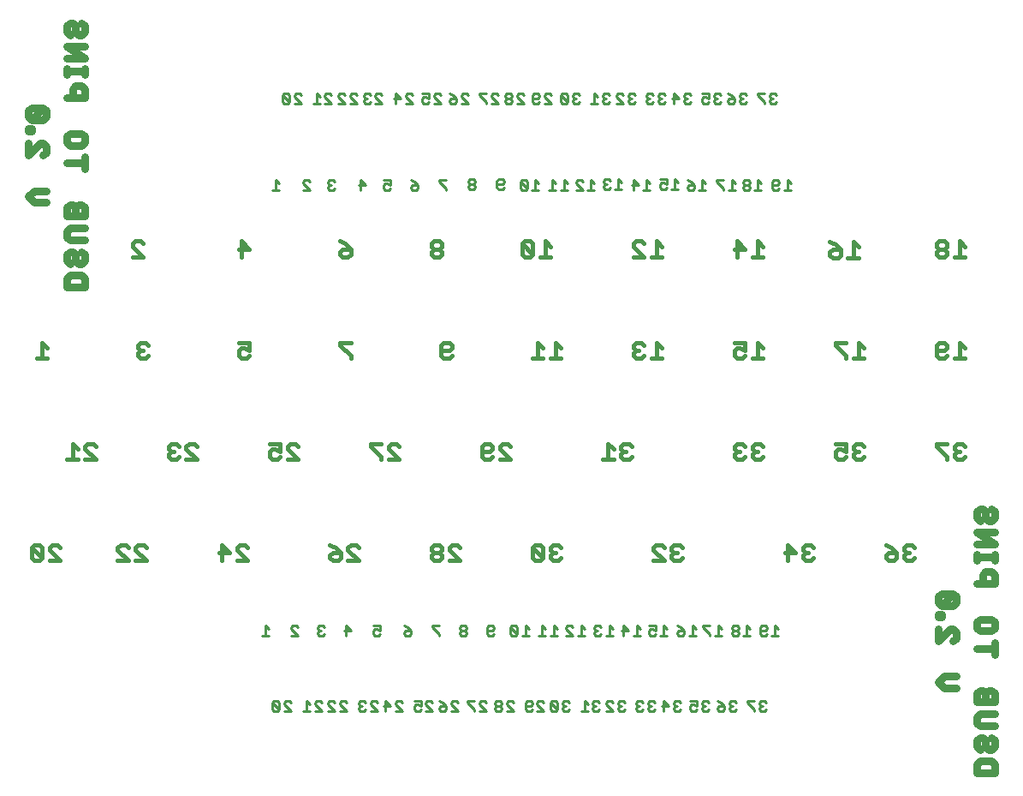
<source format=gbo>
G75*
%MOIN*%
%OFA0B0*%
%FSLAX25Y25*%
%IPPOS*%
%LPD*%
%AMOC8*
5,1,8,0,0,1.08239X$1,22.5*
%
%ADD10C,0.01000*%
%ADD11C,0.01500*%
%ADD12C,0.03100*%
D10*
X0100075Y0082387D02*
X0102744Y0082387D01*
X0101410Y0082387D02*
X0101410Y0086390D01*
X0102744Y0085056D01*
X0111099Y0085056D02*
X0113768Y0082387D01*
X0111099Y0082387D01*
X0111099Y0085056D02*
X0111099Y0085723D01*
X0111766Y0086390D01*
X0113100Y0086390D01*
X0113768Y0085723D01*
X0121729Y0085723D02*
X0121729Y0085056D01*
X0122396Y0084388D01*
X0121729Y0083721D01*
X0121729Y0083054D01*
X0122396Y0082387D01*
X0123730Y0082387D01*
X0124398Y0083054D01*
X0123063Y0084388D02*
X0122396Y0084388D01*
X0121729Y0085723D02*
X0122396Y0086390D01*
X0123730Y0086390D01*
X0124398Y0085723D01*
X0131965Y0084388D02*
X0134634Y0084388D01*
X0132632Y0086390D01*
X0132632Y0082387D01*
X0143382Y0083054D02*
X0144049Y0082387D01*
X0145384Y0082387D01*
X0146051Y0083054D01*
X0146051Y0084388D02*
X0144717Y0085056D01*
X0144049Y0085056D01*
X0143382Y0084388D01*
X0143382Y0083054D01*
X0146051Y0084388D02*
X0146051Y0086390D01*
X0143382Y0086390D01*
X0155193Y0086390D02*
X0156528Y0085723D01*
X0157862Y0084388D01*
X0155860Y0084388D01*
X0155193Y0083721D01*
X0155193Y0083054D01*
X0155860Y0082387D01*
X0157195Y0082387D01*
X0157862Y0083054D01*
X0157862Y0084388D01*
X0166217Y0085723D02*
X0168886Y0083054D01*
X0168886Y0082387D01*
X0168886Y0086390D02*
X0166217Y0086390D01*
X0166217Y0085723D01*
X0176847Y0085723D02*
X0176847Y0085056D01*
X0177514Y0084388D01*
X0178848Y0084388D01*
X0179516Y0085056D01*
X0179516Y0085723D01*
X0178848Y0086390D01*
X0177514Y0086390D01*
X0176847Y0085723D01*
X0177514Y0084388D02*
X0176847Y0083721D01*
X0176847Y0083054D01*
X0177514Y0082387D01*
X0178848Y0082387D01*
X0179516Y0083054D01*
X0179516Y0083721D01*
X0178848Y0084388D01*
X0187477Y0084388D02*
X0189478Y0084388D01*
X0190146Y0085056D01*
X0190146Y0085723D01*
X0189478Y0086390D01*
X0188144Y0086390D01*
X0187477Y0085723D01*
X0187477Y0083054D01*
X0188144Y0082387D01*
X0189478Y0082387D01*
X0190146Y0083054D01*
X0196532Y0083054D02*
X0197199Y0082387D01*
X0198534Y0082387D01*
X0199201Y0083054D01*
X0196532Y0085723D01*
X0196532Y0083054D01*
X0199201Y0083054D02*
X0199201Y0085723D01*
X0198534Y0086390D01*
X0197199Y0086390D01*
X0196532Y0085723D01*
X0201136Y0082387D02*
X0203805Y0082387D01*
X0202470Y0082387D02*
X0202470Y0086390D01*
X0203805Y0085056D01*
X0207555Y0082387D02*
X0210224Y0082387D01*
X0208890Y0082387D02*
X0208890Y0086390D01*
X0210224Y0085056D01*
X0212159Y0082387D02*
X0214828Y0082387D01*
X0213494Y0082387D02*
X0213494Y0086390D01*
X0214828Y0085056D01*
X0218185Y0085056D02*
X0218185Y0085723D01*
X0218853Y0086390D01*
X0220187Y0086390D01*
X0220854Y0085723D01*
X0218185Y0085056D02*
X0220854Y0082387D01*
X0218185Y0082387D01*
X0222789Y0082387D02*
X0225458Y0082387D01*
X0224124Y0082387D02*
X0224124Y0086390D01*
X0225458Y0085056D01*
X0229209Y0085056D02*
X0229876Y0084388D01*
X0229209Y0083721D01*
X0229209Y0083054D01*
X0229876Y0082387D01*
X0231211Y0082387D01*
X0231878Y0083054D01*
X0230543Y0084388D02*
X0229876Y0084388D01*
X0229209Y0085056D02*
X0229209Y0085723D01*
X0229876Y0086390D01*
X0231211Y0086390D01*
X0231878Y0085723D01*
X0235147Y0086390D02*
X0235147Y0082387D01*
X0233813Y0082387D02*
X0236482Y0082387D01*
X0236482Y0085056D02*
X0235147Y0086390D01*
X0239839Y0084388D02*
X0242508Y0084388D01*
X0240506Y0086390D01*
X0240506Y0082387D01*
X0244443Y0082387D02*
X0247112Y0082387D01*
X0245777Y0082387D02*
X0245777Y0086390D01*
X0247112Y0085056D01*
X0250469Y0084388D02*
X0250469Y0083054D01*
X0251136Y0082387D01*
X0252471Y0082387D01*
X0253138Y0083054D01*
X0253138Y0084388D02*
X0251803Y0085056D01*
X0251136Y0085056D01*
X0250469Y0084388D01*
X0250469Y0086390D02*
X0253138Y0086390D01*
X0253138Y0084388D01*
X0255073Y0082387D02*
X0257742Y0082387D01*
X0256407Y0082387D02*
X0256407Y0086390D01*
X0257742Y0085056D01*
X0261492Y0086390D02*
X0262827Y0085723D01*
X0264161Y0084388D01*
X0262160Y0084388D01*
X0261492Y0083721D01*
X0261492Y0083054D01*
X0262160Y0082387D01*
X0263494Y0082387D01*
X0264161Y0083054D01*
X0264161Y0084388D01*
X0266096Y0082387D02*
X0268765Y0082387D01*
X0267431Y0082387D02*
X0267431Y0086390D01*
X0268765Y0085056D01*
X0271729Y0085723D02*
X0274398Y0083054D01*
X0274398Y0082387D01*
X0276333Y0082387D02*
X0279002Y0082387D01*
X0277667Y0082387D02*
X0277667Y0086390D01*
X0279002Y0085056D01*
X0282752Y0085056D02*
X0283420Y0084388D01*
X0284754Y0084388D01*
X0285421Y0085056D01*
X0285421Y0085723D01*
X0284754Y0086390D01*
X0283420Y0086390D01*
X0282752Y0085723D01*
X0282752Y0085056D01*
X0283420Y0084388D02*
X0282752Y0083721D01*
X0282752Y0083054D01*
X0283420Y0082387D01*
X0284754Y0082387D01*
X0285421Y0083054D01*
X0285421Y0083721D01*
X0284754Y0084388D01*
X0287356Y0082387D02*
X0290025Y0082387D01*
X0288691Y0082387D02*
X0288691Y0086390D01*
X0290025Y0085056D01*
X0293776Y0085723D02*
X0293776Y0083054D01*
X0294443Y0082387D01*
X0295778Y0082387D01*
X0296445Y0083054D01*
X0295778Y0084388D02*
X0293776Y0084388D01*
X0293776Y0085723D02*
X0294443Y0086390D01*
X0295778Y0086390D01*
X0296445Y0085723D01*
X0296445Y0085056D01*
X0295778Y0084388D01*
X0298380Y0082387D02*
X0301049Y0082387D01*
X0299714Y0082387D02*
X0299714Y0086390D01*
X0301049Y0085056D01*
X0274398Y0086390D02*
X0271729Y0086390D01*
X0271729Y0085723D01*
X0271882Y0056862D02*
X0271215Y0056195D01*
X0271215Y0055528D01*
X0271882Y0054861D01*
X0271215Y0054194D01*
X0271215Y0053526D01*
X0271882Y0052859D01*
X0273216Y0052859D01*
X0273883Y0053526D01*
X0272549Y0054861D02*
X0271882Y0054861D01*
X0271882Y0056862D02*
X0273216Y0056862D01*
X0273883Y0056195D01*
X0277241Y0056862D02*
X0278575Y0056195D01*
X0279909Y0054861D01*
X0277908Y0054861D01*
X0277241Y0054194D01*
X0277241Y0053526D01*
X0277908Y0052859D01*
X0279242Y0052859D01*
X0279909Y0053526D01*
X0279909Y0054861D01*
X0281844Y0055528D02*
X0281844Y0056195D01*
X0282512Y0056862D01*
X0283846Y0056862D01*
X0284513Y0056195D01*
X0283179Y0054861D02*
X0282512Y0054861D01*
X0281844Y0054194D01*
X0281844Y0053526D01*
X0282512Y0052859D01*
X0283846Y0052859D01*
X0284513Y0053526D01*
X0282512Y0054861D02*
X0281844Y0055528D01*
X0289052Y0056195D02*
X0291720Y0053526D01*
X0291720Y0052859D01*
X0293655Y0053526D02*
X0294323Y0052859D01*
X0295657Y0052859D01*
X0296324Y0053526D01*
X0294990Y0054861D02*
X0294323Y0054861D01*
X0293655Y0054194D01*
X0293655Y0053526D01*
X0294323Y0054861D02*
X0293655Y0055528D01*
X0293655Y0056195D01*
X0294323Y0056862D01*
X0295657Y0056862D01*
X0296324Y0056195D01*
X0291720Y0056862D02*
X0289052Y0056862D01*
X0289052Y0056195D01*
X0269280Y0056862D02*
X0269280Y0054861D01*
X0267945Y0055528D01*
X0267278Y0055528D01*
X0266611Y0054861D01*
X0266611Y0053526D01*
X0267278Y0052859D01*
X0268612Y0052859D01*
X0269280Y0053526D01*
X0269280Y0056862D02*
X0266611Y0056862D01*
X0262860Y0056195D02*
X0262193Y0056862D01*
X0260858Y0056862D01*
X0260191Y0056195D01*
X0260191Y0055528D01*
X0260858Y0054861D01*
X0260191Y0054194D01*
X0260191Y0053526D01*
X0260858Y0052859D01*
X0262193Y0052859D01*
X0262860Y0053526D01*
X0261525Y0054861D02*
X0260858Y0054861D01*
X0258256Y0054861D02*
X0255587Y0054861D01*
X0256254Y0056862D02*
X0256254Y0052859D01*
X0258256Y0054861D02*
X0256254Y0056862D01*
X0253017Y0056195D02*
X0252350Y0056862D01*
X0251016Y0056862D01*
X0250348Y0056195D01*
X0250348Y0055528D01*
X0251016Y0054861D01*
X0250348Y0054194D01*
X0250348Y0053526D01*
X0251016Y0052859D01*
X0252350Y0052859D01*
X0253017Y0053526D01*
X0251683Y0054861D02*
X0251016Y0054861D01*
X0248413Y0056195D02*
X0247746Y0056862D01*
X0246412Y0056862D01*
X0245744Y0056195D01*
X0245744Y0055528D01*
X0246412Y0054861D01*
X0245744Y0054194D01*
X0245744Y0053526D01*
X0246412Y0052859D01*
X0247746Y0052859D01*
X0248413Y0053526D01*
X0247079Y0054861D02*
X0246412Y0054861D01*
X0241206Y0056195D02*
X0240539Y0056862D01*
X0239205Y0056862D01*
X0238537Y0056195D01*
X0238537Y0055528D01*
X0239205Y0054861D01*
X0238537Y0054194D01*
X0238537Y0053526D01*
X0239205Y0052859D01*
X0240539Y0052859D01*
X0241206Y0053526D01*
X0239872Y0054861D02*
X0239205Y0054861D01*
X0236602Y0056195D02*
X0235935Y0056862D01*
X0234601Y0056862D01*
X0233933Y0056195D01*
X0233933Y0055528D01*
X0236602Y0052859D01*
X0233933Y0052859D01*
X0231364Y0053526D02*
X0230697Y0052859D01*
X0229362Y0052859D01*
X0228695Y0053526D01*
X0228695Y0054194D01*
X0229362Y0054861D01*
X0230029Y0054861D01*
X0229362Y0054861D02*
X0228695Y0055528D01*
X0228695Y0056195D01*
X0229362Y0056862D01*
X0230697Y0056862D01*
X0231364Y0056195D01*
X0226760Y0055528D02*
X0225425Y0056862D01*
X0225425Y0052859D01*
X0224091Y0052859D02*
X0226760Y0052859D01*
X0219553Y0053526D02*
X0218886Y0052859D01*
X0217551Y0052859D01*
X0216884Y0053526D01*
X0216884Y0054194D01*
X0217551Y0054861D01*
X0218218Y0054861D01*
X0217551Y0054861D02*
X0216884Y0055528D01*
X0216884Y0056195D01*
X0217551Y0056862D01*
X0218886Y0056862D01*
X0219553Y0056195D01*
X0214949Y0056195D02*
X0214282Y0056862D01*
X0212947Y0056862D01*
X0212280Y0056195D01*
X0214949Y0053526D01*
X0214282Y0052859D01*
X0212947Y0052859D01*
X0212280Y0053526D01*
X0212280Y0056195D01*
X0209710Y0056195D02*
X0209043Y0056862D01*
X0207709Y0056862D01*
X0207041Y0056195D01*
X0207041Y0055528D01*
X0209710Y0052859D01*
X0207041Y0052859D01*
X0205106Y0053526D02*
X0204439Y0052859D01*
X0203105Y0052859D01*
X0202437Y0053526D01*
X0202437Y0056195D01*
X0203105Y0056862D01*
X0204439Y0056862D01*
X0205106Y0056195D01*
X0205106Y0055528D01*
X0204439Y0054861D01*
X0202437Y0054861D01*
X0197899Y0056195D02*
X0197232Y0056862D01*
X0195897Y0056862D01*
X0195230Y0056195D01*
X0195230Y0055528D01*
X0197899Y0052859D01*
X0195230Y0052859D01*
X0193295Y0053526D02*
X0193295Y0054194D01*
X0192628Y0054861D01*
X0191294Y0054861D01*
X0190626Y0054194D01*
X0190626Y0053526D01*
X0191294Y0052859D01*
X0192628Y0052859D01*
X0193295Y0053526D01*
X0192628Y0054861D02*
X0193295Y0055528D01*
X0193295Y0056195D01*
X0192628Y0056862D01*
X0191294Y0056862D01*
X0190626Y0056195D01*
X0190626Y0055528D01*
X0191294Y0054861D01*
X0187269Y0056195D02*
X0186602Y0056862D01*
X0185268Y0056862D01*
X0184600Y0056195D01*
X0184600Y0055528D01*
X0187269Y0052859D01*
X0184600Y0052859D01*
X0182665Y0052859D02*
X0182665Y0053526D01*
X0179996Y0056195D01*
X0179996Y0056862D01*
X0182665Y0056862D01*
X0176246Y0056195D02*
X0175578Y0056862D01*
X0174244Y0056862D01*
X0173577Y0056195D01*
X0173577Y0055528D01*
X0176246Y0052859D01*
X0173577Y0052859D01*
X0171642Y0053526D02*
X0170974Y0052859D01*
X0169640Y0052859D01*
X0168973Y0053526D01*
X0168973Y0054194D01*
X0169640Y0054861D01*
X0171642Y0054861D01*
X0171642Y0053526D01*
X0171642Y0054861D02*
X0170307Y0056195D01*
X0168973Y0056862D01*
X0166403Y0056195D02*
X0165736Y0056862D01*
X0164401Y0056862D01*
X0163734Y0056195D01*
X0163734Y0055528D01*
X0166403Y0052859D01*
X0163734Y0052859D01*
X0161799Y0053526D02*
X0161132Y0052859D01*
X0159798Y0052859D01*
X0159130Y0053526D01*
X0159130Y0054861D01*
X0159798Y0055528D01*
X0160465Y0055528D01*
X0161799Y0054861D01*
X0161799Y0056862D01*
X0159130Y0056862D01*
X0154592Y0056195D02*
X0153925Y0056862D01*
X0152590Y0056862D01*
X0151923Y0056195D01*
X0151923Y0055528D01*
X0154592Y0052859D01*
X0151923Y0052859D01*
X0149988Y0054861D02*
X0147319Y0054861D01*
X0147986Y0056862D02*
X0147986Y0052859D01*
X0149988Y0054861D02*
X0147986Y0056862D01*
X0144750Y0056195D02*
X0144082Y0056862D01*
X0142748Y0056862D01*
X0142081Y0056195D01*
X0142081Y0055528D01*
X0144750Y0052859D01*
X0142081Y0052859D01*
X0140146Y0053526D02*
X0139478Y0052859D01*
X0138144Y0052859D01*
X0137477Y0053526D01*
X0137477Y0054194D01*
X0138144Y0054861D01*
X0138811Y0054861D01*
X0138144Y0054861D02*
X0137477Y0055528D01*
X0137477Y0056195D01*
X0138144Y0056862D01*
X0139478Y0056862D01*
X0140146Y0056195D01*
X0132939Y0056195D02*
X0132271Y0056862D01*
X0130937Y0056862D01*
X0130270Y0056195D01*
X0130270Y0055528D01*
X0132939Y0052859D01*
X0130270Y0052859D01*
X0128335Y0052859D02*
X0125666Y0055528D01*
X0125666Y0056195D01*
X0126333Y0056862D01*
X0127667Y0056862D01*
X0128335Y0056195D01*
X0128335Y0052859D02*
X0125666Y0052859D01*
X0123096Y0052859D02*
X0120427Y0055528D01*
X0120427Y0056195D01*
X0121094Y0056862D01*
X0122429Y0056862D01*
X0123096Y0056195D01*
X0123096Y0052859D02*
X0120427Y0052859D01*
X0118492Y0052859D02*
X0115823Y0052859D01*
X0117158Y0052859D02*
X0117158Y0056862D01*
X0118492Y0055528D01*
X0111285Y0056195D02*
X0110618Y0056862D01*
X0109283Y0056862D01*
X0108616Y0056195D01*
X0108616Y0055528D01*
X0111285Y0052859D01*
X0108616Y0052859D01*
X0106681Y0053526D02*
X0104012Y0056195D01*
X0104012Y0053526D01*
X0104679Y0052859D01*
X0106014Y0052859D01*
X0106681Y0053526D01*
X0106681Y0056195D01*
X0106014Y0056862D01*
X0104679Y0056862D01*
X0104012Y0056195D01*
X0214949Y0056195D02*
X0214949Y0053526D01*
X0214161Y0255615D02*
X0211492Y0255615D01*
X0212827Y0255615D02*
X0212827Y0259618D01*
X0214161Y0258284D01*
X0216096Y0255615D02*
X0218765Y0255615D01*
X0217431Y0255615D02*
X0217431Y0259618D01*
X0218765Y0258284D01*
X0222122Y0258284D02*
X0222122Y0258951D01*
X0222790Y0259618D01*
X0224124Y0259618D01*
X0224791Y0258951D01*
X0222122Y0258284D02*
X0224791Y0255615D01*
X0222122Y0255615D01*
X0226726Y0255615D02*
X0229395Y0255615D01*
X0228061Y0255615D02*
X0228061Y0259618D01*
X0229395Y0258284D01*
X0232752Y0258678D02*
X0233420Y0258010D01*
X0232752Y0257343D01*
X0232752Y0256676D01*
X0233420Y0256009D01*
X0234754Y0256009D01*
X0235421Y0256676D01*
X0234087Y0258010D02*
X0233420Y0258010D01*
X0232752Y0258678D02*
X0232752Y0259345D01*
X0233420Y0260012D01*
X0234754Y0260012D01*
X0235421Y0259345D01*
X0238691Y0260012D02*
X0238691Y0256009D01*
X0240025Y0256009D02*
X0237356Y0256009D01*
X0240025Y0258678D02*
X0238691Y0260012D01*
X0243776Y0257617D02*
X0246445Y0257617D01*
X0244443Y0259618D01*
X0244443Y0255615D01*
X0248380Y0255615D02*
X0251049Y0255615D01*
X0249714Y0255615D02*
X0249714Y0259618D01*
X0251049Y0258284D01*
X0254800Y0258010D02*
X0254800Y0256676D01*
X0255467Y0256009D01*
X0256801Y0256009D01*
X0257469Y0256676D01*
X0257469Y0258010D02*
X0256134Y0258678D01*
X0255467Y0258678D01*
X0254800Y0258010D01*
X0254800Y0260012D02*
X0257469Y0260012D01*
X0257469Y0258010D01*
X0259403Y0256009D02*
X0262072Y0256009D01*
X0260738Y0256009D02*
X0260738Y0260012D01*
X0262072Y0258678D01*
X0265429Y0259618D02*
X0266764Y0258951D01*
X0268098Y0257617D01*
X0266097Y0257617D01*
X0265429Y0256949D01*
X0265429Y0256282D01*
X0266097Y0255615D01*
X0267431Y0255615D01*
X0268098Y0256282D01*
X0268098Y0257617D01*
X0270033Y0255615D02*
X0272702Y0255615D01*
X0271368Y0255615D02*
X0271368Y0259618D01*
X0272702Y0258284D01*
X0276847Y0258951D02*
X0279516Y0256282D01*
X0279516Y0255615D01*
X0281451Y0255615D02*
X0284120Y0255615D01*
X0282785Y0255615D02*
X0282785Y0259618D01*
X0284120Y0258284D01*
X0287083Y0258284D02*
X0287750Y0257617D01*
X0289085Y0257617D01*
X0289752Y0258284D01*
X0289752Y0258951D01*
X0289085Y0259618D01*
X0287750Y0259618D01*
X0287083Y0258951D01*
X0287083Y0258284D01*
X0287750Y0257617D02*
X0287083Y0256949D01*
X0287083Y0256282D01*
X0287750Y0255615D01*
X0289085Y0255615D01*
X0289752Y0256282D01*
X0289752Y0256949D01*
X0289085Y0257617D01*
X0291687Y0255615D02*
X0294356Y0255615D01*
X0293021Y0255615D02*
X0293021Y0259618D01*
X0294356Y0258284D01*
X0298500Y0258951D02*
X0298500Y0256282D01*
X0299168Y0255615D01*
X0300502Y0255615D01*
X0301169Y0256282D01*
X0300502Y0257617D02*
X0301169Y0258284D01*
X0301169Y0258951D01*
X0300502Y0259618D01*
X0299168Y0259618D01*
X0298500Y0258951D01*
X0298500Y0257617D02*
X0300502Y0257617D01*
X0303104Y0255615D02*
X0305773Y0255615D01*
X0304439Y0255615D02*
X0304439Y0259618D01*
X0305773Y0258284D01*
X0279516Y0259618D02*
X0276847Y0259618D01*
X0276847Y0258951D01*
X0276606Y0289080D02*
X0277941Y0289080D01*
X0278608Y0289747D01*
X0277273Y0291081D02*
X0276606Y0291081D01*
X0275939Y0290414D01*
X0275939Y0289747D01*
X0276606Y0289080D01*
X0276606Y0291081D02*
X0275939Y0291748D01*
X0275939Y0292416D01*
X0276606Y0293083D01*
X0277941Y0293083D01*
X0278608Y0292416D01*
X0281178Y0293083D02*
X0282512Y0292416D01*
X0283846Y0291081D01*
X0281845Y0291081D01*
X0281178Y0290414D01*
X0281178Y0289747D01*
X0281845Y0289080D01*
X0283179Y0289080D01*
X0283846Y0289747D01*
X0283846Y0291081D01*
X0285781Y0290414D02*
X0285781Y0289747D01*
X0286449Y0289080D01*
X0287783Y0289080D01*
X0288450Y0289747D01*
X0287116Y0291081D02*
X0286449Y0291081D01*
X0285781Y0290414D01*
X0286449Y0291081D02*
X0285781Y0291748D01*
X0285781Y0292416D01*
X0286449Y0293083D01*
X0287783Y0293083D01*
X0288450Y0292416D01*
X0292989Y0292416D02*
X0295657Y0289747D01*
X0295657Y0289080D01*
X0297592Y0289747D02*
X0298260Y0289080D01*
X0299594Y0289080D01*
X0300261Y0289747D01*
X0298927Y0291081D02*
X0298260Y0291081D01*
X0297592Y0290414D01*
X0297592Y0289747D01*
X0298260Y0291081D02*
X0297592Y0291748D01*
X0297592Y0292416D01*
X0298260Y0293083D01*
X0299594Y0293083D01*
X0300261Y0292416D01*
X0295657Y0293083D02*
X0292989Y0293083D01*
X0292989Y0292416D01*
X0274004Y0293083D02*
X0274004Y0291081D01*
X0272669Y0291748D01*
X0272002Y0291748D01*
X0271335Y0291081D01*
X0271335Y0289747D01*
X0272002Y0289080D01*
X0273337Y0289080D01*
X0274004Y0289747D01*
X0274004Y0293083D02*
X0271335Y0293083D01*
X0266797Y0292416D02*
X0266130Y0293083D01*
X0264795Y0293083D01*
X0264128Y0292416D01*
X0264128Y0291748D01*
X0264795Y0291081D01*
X0264128Y0290414D01*
X0264128Y0289747D01*
X0264795Y0289080D01*
X0266130Y0289080D01*
X0266797Y0289747D01*
X0265462Y0291081D02*
X0264795Y0291081D01*
X0262193Y0291081D02*
X0259524Y0291081D01*
X0260191Y0289080D02*
X0260191Y0293083D01*
X0262193Y0291081D01*
X0256954Y0289747D02*
X0256287Y0289080D01*
X0254953Y0289080D01*
X0254285Y0289747D01*
X0254285Y0290414D01*
X0254953Y0291081D01*
X0255620Y0291081D01*
X0254953Y0291081D02*
X0254285Y0291748D01*
X0254285Y0292416D01*
X0254953Y0293083D01*
X0256287Y0293083D01*
X0256954Y0292416D01*
X0252350Y0292416D02*
X0251683Y0293083D01*
X0250349Y0293083D01*
X0249681Y0292416D01*
X0249681Y0291748D01*
X0250349Y0291081D01*
X0249681Y0290414D01*
X0249681Y0289747D01*
X0250349Y0289080D01*
X0251683Y0289080D01*
X0252350Y0289747D01*
X0251016Y0291081D02*
X0250349Y0291081D01*
X0245143Y0289747D02*
X0244476Y0289080D01*
X0243142Y0289080D01*
X0242474Y0289747D01*
X0242474Y0290414D01*
X0243142Y0291081D01*
X0243809Y0291081D01*
X0243142Y0291081D02*
X0242474Y0291748D01*
X0242474Y0292416D01*
X0243142Y0293083D01*
X0244476Y0293083D01*
X0245143Y0292416D01*
X0240539Y0292416D02*
X0239872Y0293083D01*
X0238538Y0293083D01*
X0237870Y0292416D01*
X0237870Y0291748D01*
X0240539Y0289080D01*
X0237870Y0289080D01*
X0235301Y0289747D02*
X0234634Y0289080D01*
X0233299Y0289080D01*
X0232632Y0289747D01*
X0232632Y0290414D01*
X0233299Y0291081D01*
X0233966Y0291081D01*
X0233299Y0291081D02*
X0232632Y0291748D01*
X0232632Y0292416D01*
X0233299Y0293083D01*
X0234634Y0293083D01*
X0235301Y0292416D01*
X0230697Y0291748D02*
X0229362Y0293083D01*
X0229362Y0289080D01*
X0228028Y0289080D02*
X0230697Y0289080D01*
X0223490Y0289747D02*
X0222823Y0289080D01*
X0221488Y0289080D01*
X0220821Y0289747D01*
X0220821Y0290414D01*
X0221488Y0291081D01*
X0222155Y0291081D01*
X0221488Y0291081D02*
X0220821Y0291748D01*
X0220821Y0292416D01*
X0221488Y0293083D01*
X0222823Y0293083D01*
X0223490Y0292416D01*
X0218886Y0292416D02*
X0218219Y0293083D01*
X0216884Y0293083D01*
X0216217Y0292416D01*
X0218886Y0289747D01*
X0218219Y0289080D01*
X0216884Y0289080D01*
X0216217Y0289747D01*
X0216217Y0292416D01*
X0218886Y0292416D02*
X0218886Y0289747D01*
X0212466Y0289080D02*
X0209797Y0291748D01*
X0209797Y0292416D01*
X0210464Y0293083D01*
X0211799Y0293083D01*
X0212466Y0292416D01*
X0212466Y0289080D02*
X0209797Y0289080D01*
X0207862Y0289747D02*
X0207195Y0289080D01*
X0205860Y0289080D01*
X0205193Y0289747D01*
X0205193Y0292416D01*
X0205860Y0293083D01*
X0207195Y0293083D01*
X0207862Y0292416D01*
X0207862Y0291748D01*
X0207195Y0291081D01*
X0205193Y0291081D01*
X0201836Y0292416D02*
X0201169Y0293083D01*
X0199834Y0293083D01*
X0199167Y0292416D01*
X0199167Y0291748D01*
X0201836Y0289080D01*
X0199167Y0289080D01*
X0197232Y0289747D02*
X0196565Y0289080D01*
X0195231Y0289080D01*
X0194563Y0289747D01*
X0194563Y0290414D01*
X0195231Y0291081D01*
X0196565Y0291081D01*
X0197232Y0291748D01*
X0197232Y0292416D01*
X0196565Y0293083D01*
X0195231Y0293083D01*
X0194563Y0292416D01*
X0194563Y0291748D01*
X0195231Y0291081D01*
X0196565Y0291081D02*
X0197232Y0290414D01*
X0197232Y0289747D01*
X0191994Y0289080D02*
X0189325Y0291748D01*
X0189325Y0292416D01*
X0189992Y0293083D01*
X0191326Y0293083D01*
X0191994Y0292416D01*
X0191994Y0289080D02*
X0189325Y0289080D01*
X0187390Y0289080D02*
X0187390Y0289747D01*
X0184721Y0292416D01*
X0184721Y0293083D01*
X0187390Y0293083D01*
X0180183Y0292416D02*
X0179515Y0293083D01*
X0178181Y0293083D01*
X0177514Y0292416D01*
X0177514Y0291748D01*
X0180183Y0289080D01*
X0177514Y0289080D01*
X0175579Y0289747D02*
X0174912Y0289080D01*
X0173577Y0289080D01*
X0172910Y0289747D01*
X0172910Y0290414D01*
X0173577Y0291081D01*
X0175579Y0291081D01*
X0175579Y0289747D01*
X0175579Y0291081D02*
X0174244Y0292416D01*
X0172910Y0293083D01*
X0169553Y0292416D02*
X0168886Y0293083D01*
X0167551Y0293083D01*
X0166884Y0292416D01*
X0166884Y0291748D01*
X0169553Y0289080D01*
X0166884Y0289080D01*
X0164949Y0289747D02*
X0164282Y0289080D01*
X0162947Y0289080D01*
X0162280Y0289747D01*
X0162280Y0291081D01*
X0162947Y0291748D01*
X0163614Y0291748D01*
X0164949Y0291081D01*
X0164949Y0293083D01*
X0162280Y0293083D01*
X0158529Y0292416D02*
X0157862Y0293083D01*
X0156527Y0293083D01*
X0155860Y0292416D01*
X0155860Y0291748D01*
X0158529Y0289080D01*
X0155860Y0289080D01*
X0153925Y0291081D02*
X0151256Y0291081D01*
X0151923Y0289080D02*
X0151923Y0293083D01*
X0153925Y0291081D01*
X0146718Y0292416D02*
X0146051Y0293083D01*
X0144716Y0293083D01*
X0144049Y0292416D01*
X0144049Y0291748D01*
X0146718Y0289080D01*
X0144049Y0289080D01*
X0142114Y0289747D02*
X0141447Y0289080D01*
X0140112Y0289080D01*
X0139445Y0289747D01*
X0139445Y0290414D01*
X0140112Y0291081D01*
X0140780Y0291081D01*
X0140112Y0291081D02*
X0139445Y0291748D01*
X0139445Y0292416D01*
X0140112Y0293083D01*
X0141447Y0293083D01*
X0142114Y0292416D01*
X0136876Y0292416D02*
X0136208Y0293083D01*
X0134874Y0293083D01*
X0134207Y0292416D01*
X0134207Y0291748D01*
X0136876Y0289080D01*
X0134207Y0289080D01*
X0132272Y0289080D02*
X0129603Y0291748D01*
X0129603Y0292416D01*
X0130270Y0293083D01*
X0131604Y0293083D01*
X0132272Y0292416D01*
X0132272Y0289080D02*
X0129603Y0289080D01*
X0127033Y0289080D02*
X0124364Y0291748D01*
X0124364Y0292416D01*
X0125031Y0293083D01*
X0126366Y0293083D01*
X0127033Y0292416D01*
X0127033Y0289080D02*
X0124364Y0289080D01*
X0122429Y0289080D02*
X0119760Y0289080D01*
X0121095Y0289080D02*
X0121095Y0293083D01*
X0122429Y0291748D01*
X0115222Y0292416D02*
X0114555Y0293083D01*
X0113220Y0293083D01*
X0112553Y0292416D01*
X0112553Y0291748D01*
X0115222Y0289080D01*
X0112553Y0289080D01*
X0110618Y0289747D02*
X0109951Y0289080D01*
X0108616Y0289080D01*
X0107949Y0289747D01*
X0107949Y0292416D01*
X0110618Y0289747D01*
X0110618Y0292416D01*
X0109951Y0293083D01*
X0108616Y0293083D01*
X0107949Y0292416D01*
X0105347Y0259618D02*
X0105347Y0255615D01*
X0106681Y0255615D02*
X0104012Y0255615D01*
X0106681Y0258284D02*
X0105347Y0259618D01*
X0115823Y0258951D02*
X0116490Y0259618D01*
X0117825Y0259618D01*
X0118492Y0258951D01*
X0115823Y0258951D02*
X0115823Y0258284D01*
X0118492Y0255615D01*
X0115823Y0255615D01*
X0125666Y0256282D02*
X0126333Y0255615D01*
X0127667Y0255615D01*
X0128335Y0256282D01*
X0127000Y0257617D02*
X0126333Y0257617D01*
X0125666Y0256949D01*
X0125666Y0256282D01*
X0126333Y0257617D02*
X0125666Y0258284D01*
X0125666Y0258951D01*
X0126333Y0259618D01*
X0127667Y0259618D01*
X0128335Y0258951D01*
X0137477Y0257617D02*
X0140146Y0257617D01*
X0138144Y0259618D01*
X0138144Y0255615D01*
X0147319Y0256282D02*
X0147986Y0255615D01*
X0149321Y0255615D01*
X0149988Y0256282D01*
X0149988Y0257617D02*
X0148654Y0258284D01*
X0147986Y0258284D01*
X0147319Y0257617D01*
X0147319Y0256282D01*
X0149988Y0257617D02*
X0149988Y0259618D01*
X0147319Y0259618D01*
X0157949Y0259618D02*
X0159284Y0258951D01*
X0160618Y0257617D01*
X0158616Y0257617D01*
X0157949Y0256949D01*
X0157949Y0256282D01*
X0158616Y0255615D01*
X0159951Y0255615D01*
X0160618Y0256282D01*
X0160618Y0257617D01*
X0168973Y0258951D02*
X0171642Y0256282D01*
X0171642Y0255615D01*
X0171642Y0259618D02*
X0168973Y0259618D01*
X0168973Y0258951D01*
X0180390Y0258678D02*
X0181057Y0258010D01*
X0182392Y0258010D01*
X0183059Y0258678D01*
X0183059Y0259345D01*
X0182392Y0260012D01*
X0181057Y0260012D01*
X0180390Y0259345D01*
X0180390Y0258678D01*
X0181057Y0258010D02*
X0180390Y0257343D01*
X0180390Y0256676D01*
X0181057Y0256009D01*
X0182392Y0256009D01*
X0183059Y0256676D01*
X0183059Y0257343D01*
X0182392Y0258010D01*
X0191414Y0258010D02*
X0193415Y0258010D01*
X0194083Y0258678D01*
X0194083Y0259345D01*
X0193415Y0260012D01*
X0192081Y0260012D01*
X0191414Y0259345D01*
X0191414Y0256676D01*
X0192081Y0256009D01*
X0193415Y0256009D01*
X0194083Y0256676D01*
X0200469Y0256282D02*
X0200469Y0258951D01*
X0203138Y0256282D01*
X0202471Y0255615D01*
X0201136Y0255615D01*
X0200469Y0256282D01*
X0203138Y0256282D02*
X0203138Y0258951D01*
X0202471Y0259618D01*
X0201136Y0259618D01*
X0200469Y0258951D01*
X0205073Y0255615D02*
X0207742Y0255615D01*
X0206407Y0255615D02*
X0206407Y0259618D01*
X0207742Y0258284D01*
D11*
X0210245Y0235748D02*
X0210245Y0229643D01*
X0212280Y0229643D02*
X0208210Y0229643D01*
X0205282Y0230660D02*
X0201212Y0234731D01*
X0201212Y0230660D01*
X0202229Y0229643D01*
X0204264Y0229643D01*
X0205282Y0230660D01*
X0205282Y0234731D01*
X0204264Y0235748D01*
X0202229Y0235748D01*
X0201212Y0234731D01*
X0210245Y0235748D02*
X0212280Y0233713D01*
X0244519Y0233713D02*
X0244519Y0234731D01*
X0245536Y0235748D01*
X0247571Y0235748D01*
X0248589Y0234731D01*
X0244519Y0233713D02*
X0248589Y0229643D01*
X0244519Y0229643D01*
X0251517Y0229643D02*
X0255587Y0229643D01*
X0253552Y0229643D02*
X0253552Y0235748D01*
X0255587Y0233713D01*
X0283889Y0232696D02*
X0287959Y0232696D01*
X0284906Y0235748D01*
X0284906Y0229643D01*
X0290887Y0229643D02*
X0294957Y0229643D01*
X0292922Y0229643D02*
X0292922Y0235748D01*
X0294957Y0233713D01*
X0321074Y0235474D02*
X0323109Y0234457D01*
X0325144Y0232422D01*
X0322092Y0232422D01*
X0321074Y0231404D01*
X0321074Y0230386D01*
X0322092Y0229369D01*
X0324127Y0229369D01*
X0325144Y0230386D01*
X0325144Y0232422D01*
X0328072Y0229369D02*
X0332142Y0229369D01*
X0330107Y0229369D02*
X0330107Y0235474D01*
X0332142Y0233439D01*
X0362629Y0233713D02*
X0363647Y0232696D01*
X0365682Y0232696D01*
X0366699Y0233713D01*
X0366699Y0234731D01*
X0365682Y0235748D01*
X0363647Y0235748D01*
X0362629Y0234731D01*
X0362629Y0233713D01*
X0363647Y0232696D02*
X0362629Y0231678D01*
X0362629Y0230660D01*
X0363647Y0229643D01*
X0365682Y0229643D01*
X0366699Y0230660D01*
X0366699Y0231678D01*
X0365682Y0232696D01*
X0369627Y0229643D02*
X0373697Y0229643D01*
X0371662Y0229643D02*
X0371662Y0235748D01*
X0373697Y0233713D01*
X0371662Y0196378D02*
X0371662Y0190273D01*
X0373697Y0190273D02*
X0369627Y0190273D01*
X0366699Y0191290D02*
X0365682Y0190273D01*
X0363647Y0190273D01*
X0362629Y0191290D01*
X0362629Y0195361D01*
X0363647Y0196378D01*
X0365682Y0196378D01*
X0366699Y0195361D01*
X0366699Y0194343D01*
X0365682Y0193325D01*
X0362629Y0193325D01*
X0371662Y0196378D02*
X0373697Y0194343D01*
X0372680Y0157008D02*
X0370645Y0157008D01*
X0369627Y0155990D01*
X0369627Y0154973D01*
X0370645Y0153955D01*
X0369627Y0152938D01*
X0369627Y0151920D01*
X0370645Y0150903D01*
X0372680Y0150903D01*
X0373697Y0151920D01*
X0371662Y0153955D02*
X0370645Y0153955D01*
X0373697Y0155990D02*
X0372680Y0157008D01*
X0366699Y0157008D02*
X0362629Y0157008D01*
X0362629Y0155990D01*
X0366699Y0151920D01*
X0366699Y0150903D01*
X0334327Y0151920D02*
X0333310Y0150903D01*
X0331274Y0150903D01*
X0330257Y0151920D01*
X0330257Y0152938D01*
X0331274Y0153955D01*
X0332292Y0153955D01*
X0331274Y0153955D02*
X0330257Y0154973D01*
X0330257Y0155990D01*
X0331274Y0157008D01*
X0333310Y0157008D01*
X0334327Y0155990D01*
X0327329Y0157008D02*
X0327329Y0153955D01*
X0325294Y0154973D01*
X0324276Y0154973D01*
X0323259Y0153955D01*
X0323259Y0151920D01*
X0324276Y0150903D01*
X0326312Y0150903D01*
X0327329Y0151920D01*
X0327329Y0157008D02*
X0323259Y0157008D01*
X0294957Y0155990D02*
X0293939Y0157008D01*
X0291904Y0157008D01*
X0290887Y0155990D01*
X0290887Y0154973D01*
X0291904Y0153955D01*
X0290887Y0152938D01*
X0290887Y0151920D01*
X0291904Y0150903D01*
X0293939Y0150903D01*
X0294957Y0151920D01*
X0292922Y0153955D02*
X0291904Y0153955D01*
X0287959Y0151920D02*
X0286941Y0150903D01*
X0284906Y0150903D01*
X0283889Y0151920D01*
X0283889Y0152938D01*
X0284906Y0153955D01*
X0285924Y0153955D01*
X0284906Y0153955D02*
X0283889Y0154973D01*
X0283889Y0155990D01*
X0284906Y0157008D01*
X0286941Y0157008D01*
X0287959Y0155990D01*
X0286941Y0190273D02*
X0284906Y0190273D01*
X0283889Y0191290D01*
X0283889Y0193325D01*
X0284906Y0194343D01*
X0285924Y0194343D01*
X0287959Y0193325D01*
X0287959Y0196378D01*
X0283889Y0196378D01*
X0287959Y0191290D02*
X0286941Y0190273D01*
X0290887Y0190273D02*
X0294957Y0190273D01*
X0292922Y0190273D02*
X0292922Y0196378D01*
X0294957Y0194343D01*
X0323259Y0195361D02*
X0327329Y0191290D01*
X0327329Y0190273D01*
X0330257Y0190273D02*
X0334327Y0190273D01*
X0332292Y0190273D02*
X0332292Y0196378D01*
X0334327Y0194343D01*
X0327329Y0196378D02*
X0323259Y0196378D01*
X0323259Y0195361D01*
X0255587Y0194343D02*
X0253552Y0196378D01*
X0253552Y0190273D01*
X0255587Y0190273D02*
X0251517Y0190273D01*
X0248589Y0191290D02*
X0247571Y0190273D01*
X0245536Y0190273D01*
X0244519Y0191290D01*
X0244519Y0192308D01*
X0245536Y0193325D01*
X0246554Y0193325D01*
X0245536Y0193325D02*
X0244519Y0194343D01*
X0244519Y0195361D01*
X0245536Y0196378D01*
X0247571Y0196378D01*
X0248589Y0195361D01*
X0216217Y0194343D02*
X0214182Y0196378D01*
X0214182Y0190273D01*
X0216217Y0190273D02*
X0212147Y0190273D01*
X0209219Y0190273D02*
X0205149Y0190273D01*
X0207184Y0190273D02*
X0207184Y0196378D01*
X0209219Y0194343D01*
X0173786Y0194343D02*
X0172768Y0193325D01*
X0169716Y0193325D01*
X0169716Y0191290D02*
X0169716Y0195361D01*
X0170733Y0196378D01*
X0172768Y0196378D01*
X0173786Y0195361D01*
X0173786Y0194343D01*
X0173786Y0191290D02*
X0172768Y0190273D01*
X0170733Y0190273D01*
X0169716Y0191290D01*
X0134416Y0191290D02*
X0134416Y0190273D01*
X0134416Y0191290D02*
X0130346Y0195361D01*
X0130346Y0196378D01*
X0134416Y0196378D01*
X0133398Y0229643D02*
X0131363Y0229643D01*
X0130346Y0230660D01*
X0130346Y0231678D01*
X0131363Y0232696D01*
X0134416Y0232696D01*
X0134416Y0230660D01*
X0133398Y0229643D01*
X0134416Y0232696D02*
X0132381Y0234731D01*
X0130346Y0235748D01*
X0165779Y0234731D02*
X0165779Y0233713D01*
X0166796Y0232696D01*
X0168831Y0232696D01*
X0169849Y0233713D01*
X0169849Y0234731D01*
X0168831Y0235748D01*
X0166796Y0235748D01*
X0165779Y0234731D01*
X0166796Y0232696D02*
X0165779Y0231678D01*
X0165779Y0230660D01*
X0166796Y0229643D01*
X0168831Y0229643D01*
X0169849Y0230660D01*
X0169849Y0231678D01*
X0168831Y0232696D01*
X0095046Y0232696D02*
X0090975Y0232696D01*
X0091993Y0235748D02*
X0095046Y0232696D01*
X0091993Y0235748D02*
X0091993Y0229643D01*
X0090975Y0196378D02*
X0095046Y0196378D01*
X0095046Y0193325D01*
X0093011Y0194343D01*
X0091993Y0194343D01*
X0090975Y0193325D01*
X0090975Y0191290D01*
X0091993Y0190273D01*
X0094028Y0190273D01*
X0095046Y0191290D01*
X0055676Y0191290D02*
X0054658Y0190273D01*
X0052623Y0190273D01*
X0051605Y0191290D01*
X0051605Y0192308D01*
X0052623Y0193325D01*
X0053640Y0193325D01*
X0052623Y0193325D02*
X0051605Y0194343D01*
X0051605Y0195361D01*
X0052623Y0196378D01*
X0054658Y0196378D01*
X0055676Y0195361D01*
X0053707Y0229643D02*
X0049637Y0229643D01*
X0053707Y0229643D02*
X0049637Y0233713D01*
X0049637Y0234731D01*
X0050654Y0235748D01*
X0052689Y0235748D01*
X0053707Y0234731D01*
X0014270Y0196378D02*
X0014270Y0190273D01*
X0016305Y0190273D02*
X0012235Y0190273D01*
X0016305Y0194343D02*
X0014270Y0196378D01*
X0026081Y0157008D02*
X0026081Y0150903D01*
X0028116Y0150903D02*
X0024046Y0150903D01*
X0028116Y0154973D02*
X0026081Y0157008D01*
X0031044Y0155990D02*
X0032062Y0157008D01*
X0034097Y0157008D01*
X0035114Y0155990D01*
X0031044Y0155990D02*
X0031044Y0154973D01*
X0035114Y0150903D01*
X0031044Y0150903D01*
X0063416Y0151920D02*
X0064434Y0150903D01*
X0066469Y0150903D01*
X0067487Y0151920D01*
X0065452Y0153955D02*
X0064434Y0153955D01*
X0063416Y0152938D01*
X0063416Y0151920D01*
X0064434Y0153955D02*
X0063416Y0154973D01*
X0063416Y0155990D01*
X0064434Y0157008D01*
X0066469Y0157008D01*
X0067487Y0155990D01*
X0070414Y0155990D02*
X0071432Y0157008D01*
X0073467Y0157008D01*
X0074485Y0155990D01*
X0070414Y0155990D02*
X0070414Y0154973D01*
X0074485Y0150903D01*
X0070414Y0150903D01*
X0102787Y0151920D02*
X0103804Y0150903D01*
X0105839Y0150903D01*
X0106857Y0151920D01*
X0106857Y0153955D02*
X0104822Y0154973D01*
X0103804Y0154973D01*
X0102787Y0153955D01*
X0102787Y0151920D01*
X0106857Y0153955D02*
X0106857Y0157008D01*
X0102787Y0157008D01*
X0109784Y0155990D02*
X0110802Y0157008D01*
X0112837Y0157008D01*
X0113855Y0155990D01*
X0109784Y0155990D02*
X0109784Y0154973D01*
X0113855Y0150903D01*
X0109784Y0150903D01*
X0142157Y0155990D02*
X0146227Y0151920D01*
X0146227Y0150903D01*
X0149155Y0150903D02*
X0153225Y0150903D01*
X0149155Y0154973D01*
X0149155Y0155990D01*
X0150172Y0157008D01*
X0152207Y0157008D01*
X0153225Y0155990D01*
X0146227Y0157008D02*
X0142157Y0157008D01*
X0142157Y0155990D01*
X0185464Y0155990D02*
X0185464Y0151920D01*
X0186481Y0150903D01*
X0188516Y0150903D01*
X0189534Y0151920D01*
X0188516Y0153955D02*
X0185464Y0153955D01*
X0185464Y0155990D02*
X0186481Y0157008D01*
X0188516Y0157008D01*
X0189534Y0155990D01*
X0189534Y0154973D01*
X0188516Y0153955D01*
X0192462Y0154973D02*
X0192462Y0155990D01*
X0193479Y0157008D01*
X0195514Y0157008D01*
X0196532Y0155990D01*
X0192462Y0154973D02*
X0196532Y0150903D01*
X0192462Y0150903D01*
X0232708Y0150903D02*
X0236778Y0150903D01*
X0234743Y0150903D02*
X0234743Y0157008D01*
X0236778Y0154973D01*
X0239706Y0154973D02*
X0240723Y0153955D01*
X0239706Y0152938D01*
X0239706Y0151920D01*
X0240723Y0150903D01*
X0242758Y0150903D01*
X0243776Y0151920D01*
X0241741Y0153955D02*
X0240723Y0153955D01*
X0239706Y0154973D02*
X0239706Y0155990D01*
X0240723Y0157008D01*
X0242758Y0157008D01*
X0243776Y0155990D01*
X0253410Y0117638D02*
X0252393Y0116620D01*
X0252393Y0115603D01*
X0256463Y0111533D01*
X0252393Y0111533D01*
X0253410Y0117638D02*
X0255445Y0117638D01*
X0256463Y0116620D01*
X0259391Y0116620D02*
X0259391Y0115603D01*
X0260408Y0114585D01*
X0259391Y0113568D01*
X0259391Y0112550D01*
X0260408Y0111533D01*
X0262443Y0111533D01*
X0263461Y0112550D01*
X0261426Y0114585D02*
X0260408Y0114585D01*
X0259391Y0116620D02*
X0260408Y0117638D01*
X0262443Y0117638D01*
X0263461Y0116620D01*
X0303574Y0114585D02*
X0307644Y0114585D01*
X0304591Y0117638D01*
X0304591Y0111533D01*
X0310572Y0112550D02*
X0311589Y0111533D01*
X0313624Y0111533D01*
X0314642Y0112550D01*
X0312607Y0114585D02*
X0311589Y0114585D01*
X0310572Y0113568D01*
X0310572Y0112550D01*
X0311589Y0114585D02*
X0310572Y0115603D01*
X0310572Y0116620D01*
X0311589Y0117638D01*
X0313624Y0117638D01*
X0314642Y0116620D01*
X0342944Y0117638D02*
X0344979Y0116620D01*
X0347014Y0114585D01*
X0343962Y0114585D01*
X0342944Y0113568D01*
X0342944Y0112550D01*
X0343962Y0111533D01*
X0345997Y0111533D01*
X0347014Y0112550D01*
X0347014Y0114585D01*
X0349942Y0113568D02*
X0349942Y0112550D01*
X0350959Y0111533D01*
X0352995Y0111533D01*
X0354012Y0112550D01*
X0351977Y0114585D02*
X0350959Y0114585D01*
X0349942Y0113568D01*
X0350959Y0114585D02*
X0349942Y0115603D01*
X0349942Y0116620D01*
X0350959Y0117638D01*
X0352995Y0117638D01*
X0354012Y0116620D01*
X0216217Y0116620D02*
X0215199Y0117638D01*
X0213164Y0117638D01*
X0212147Y0116620D01*
X0212147Y0115603D01*
X0213164Y0114585D01*
X0212147Y0113568D01*
X0212147Y0112550D01*
X0213164Y0111533D01*
X0215199Y0111533D01*
X0216217Y0112550D01*
X0214182Y0114585D02*
X0213164Y0114585D01*
X0209219Y0112550D02*
X0209219Y0116620D01*
X0208201Y0117638D01*
X0206166Y0117638D01*
X0205149Y0116620D01*
X0209219Y0112550D01*
X0208201Y0111533D01*
X0206166Y0111533D01*
X0205149Y0112550D01*
X0205149Y0116620D01*
X0176847Y0116620D02*
X0175829Y0117638D01*
X0173794Y0117638D01*
X0172777Y0116620D01*
X0172777Y0115603D01*
X0176847Y0111533D01*
X0172777Y0111533D01*
X0169849Y0112550D02*
X0169849Y0113568D01*
X0168831Y0114585D01*
X0166796Y0114585D01*
X0165779Y0113568D01*
X0165779Y0112550D01*
X0166796Y0111533D01*
X0168831Y0111533D01*
X0169849Y0112550D01*
X0168831Y0114585D02*
X0169849Y0115603D01*
X0169849Y0116620D01*
X0168831Y0117638D01*
X0166796Y0117638D01*
X0165779Y0116620D01*
X0165779Y0115603D01*
X0166796Y0114585D01*
X0137477Y0116620D02*
X0136459Y0117638D01*
X0134424Y0117638D01*
X0133407Y0116620D01*
X0133407Y0115603D01*
X0137477Y0111533D01*
X0133407Y0111533D01*
X0130479Y0112550D02*
X0129461Y0111533D01*
X0127426Y0111533D01*
X0126409Y0112550D01*
X0126409Y0113568D01*
X0127426Y0114585D01*
X0130479Y0114585D01*
X0130479Y0112550D01*
X0130479Y0114585D02*
X0128444Y0116620D01*
X0126409Y0117638D01*
X0094170Y0116620D02*
X0093152Y0117638D01*
X0091117Y0117638D01*
X0090099Y0116620D01*
X0090099Y0115603D01*
X0094170Y0111533D01*
X0090099Y0111533D01*
X0087172Y0114585D02*
X0083101Y0114585D01*
X0084119Y0111533D02*
X0084119Y0117638D01*
X0087172Y0114585D01*
X0054799Y0116620D02*
X0053782Y0117638D01*
X0051747Y0117638D01*
X0050729Y0116620D01*
X0050729Y0115603D01*
X0054799Y0111533D01*
X0050729Y0111533D01*
X0047802Y0111533D02*
X0043731Y0115603D01*
X0043731Y0116620D01*
X0044749Y0117638D01*
X0046784Y0117638D01*
X0047802Y0116620D01*
X0047802Y0111533D02*
X0043731Y0111533D01*
X0021335Y0111533D02*
X0017265Y0115603D01*
X0017265Y0116620D01*
X0018282Y0117638D01*
X0020317Y0117638D01*
X0021335Y0116620D01*
X0021335Y0111533D02*
X0017265Y0111533D01*
X0014337Y0112550D02*
X0010267Y0116620D01*
X0010267Y0112550D01*
X0011284Y0111533D01*
X0013319Y0111533D01*
X0014337Y0112550D01*
X0014337Y0116620D01*
X0013319Y0117638D01*
X0011284Y0117638D01*
X0010267Y0116620D01*
D12*
X0023950Y0217795D02*
X0023950Y0221248D01*
X0025101Y0222399D01*
X0029705Y0222399D01*
X0030856Y0221248D01*
X0030856Y0217795D01*
X0023950Y0217795D01*
X0025101Y0227003D02*
X0023950Y0228154D01*
X0023950Y0230456D01*
X0025101Y0231607D01*
X0026252Y0231607D01*
X0027403Y0230456D01*
X0027403Y0228154D01*
X0028554Y0227003D01*
X0029705Y0227003D01*
X0030856Y0228154D01*
X0030856Y0230456D01*
X0029705Y0231607D01*
X0030856Y0236211D02*
X0025101Y0236211D01*
X0023950Y0237362D01*
X0023950Y0239664D01*
X0025101Y0240815D01*
X0030856Y0240815D01*
X0030856Y0245418D02*
X0023950Y0245418D01*
X0023950Y0248871D01*
X0025101Y0250022D01*
X0026252Y0250022D01*
X0027403Y0248871D01*
X0027403Y0245418D01*
X0030856Y0245418D02*
X0030856Y0248871D01*
X0029705Y0250022D01*
X0028554Y0250022D01*
X0027403Y0248871D01*
X0015856Y0250790D02*
X0011252Y0250790D01*
X0008950Y0253092D01*
X0011252Y0255394D01*
X0015856Y0255394D01*
X0023950Y0266136D02*
X0030856Y0266136D01*
X0030856Y0263834D02*
X0030856Y0268438D01*
X0029705Y0273042D02*
X0025101Y0273042D01*
X0023950Y0274193D01*
X0023950Y0276495D01*
X0025101Y0277646D01*
X0029705Y0277646D01*
X0030856Y0276495D01*
X0030856Y0274193D01*
X0029705Y0273042D01*
X0015856Y0272658D02*
X0015856Y0270356D01*
X0014705Y0269205D01*
X0015856Y0272658D02*
X0014705Y0273809D01*
X0013554Y0273809D01*
X0008950Y0269205D01*
X0008950Y0273809D01*
X0008950Y0278413D02*
X0008950Y0279564D01*
X0010101Y0279564D01*
X0010101Y0278413D01*
X0008950Y0278413D01*
X0010101Y0283017D02*
X0008950Y0284168D01*
X0008950Y0286470D01*
X0010101Y0287621D01*
X0014705Y0287621D01*
X0010101Y0283017D01*
X0014705Y0283017D01*
X0015856Y0284168D01*
X0015856Y0286470D01*
X0014705Y0287621D01*
X0023950Y0291458D02*
X0030856Y0291458D01*
X0030856Y0294911D01*
X0029705Y0296062D01*
X0027403Y0296062D01*
X0026252Y0294911D01*
X0026252Y0291458D01*
X0023950Y0300666D02*
X0023950Y0302968D01*
X0023950Y0301817D02*
X0030856Y0301817D01*
X0030856Y0300666D02*
X0030856Y0302968D01*
X0030856Y0306804D02*
X0023950Y0306804D01*
X0023950Y0311408D02*
X0030856Y0311408D01*
X0030856Y0306804D02*
X0023950Y0311408D01*
X0025101Y0316012D02*
X0023950Y0317163D01*
X0023950Y0319465D01*
X0025101Y0320616D01*
X0026252Y0320616D01*
X0027403Y0319465D01*
X0027403Y0317163D01*
X0028554Y0316012D01*
X0029705Y0316012D01*
X0030856Y0317163D01*
X0030856Y0319465D01*
X0029705Y0320616D01*
X0363281Y0097494D02*
X0363281Y0095192D01*
X0364432Y0094041D01*
X0369036Y0098645D01*
X0364432Y0098645D01*
X0363281Y0097494D01*
X0364432Y0094041D02*
X0369036Y0094041D01*
X0370187Y0095192D01*
X0370187Y0097494D01*
X0369036Y0098645D01*
X0364432Y0090588D02*
X0363281Y0090588D01*
X0363281Y0089437D01*
X0364432Y0089437D01*
X0364432Y0090588D01*
X0363281Y0084833D02*
X0363281Y0080229D01*
X0367885Y0084833D01*
X0369036Y0084833D01*
X0370187Y0083682D01*
X0370187Y0081380D01*
X0369036Y0080229D01*
X0378281Y0077160D02*
X0385187Y0077160D01*
X0385187Y0074858D02*
X0385187Y0079462D01*
X0384036Y0084066D02*
X0379432Y0084066D01*
X0378281Y0085217D01*
X0378281Y0087519D01*
X0379432Y0088670D01*
X0384036Y0088670D01*
X0385187Y0087519D01*
X0385187Y0085217D01*
X0384036Y0084066D01*
X0385187Y0102481D02*
X0378281Y0102481D01*
X0380583Y0102481D02*
X0380583Y0105934D01*
X0381734Y0107085D01*
X0384036Y0107085D01*
X0385187Y0105934D01*
X0385187Y0102481D01*
X0385187Y0111689D02*
X0385187Y0113991D01*
X0385187Y0112840D02*
X0378281Y0112840D01*
X0378281Y0111689D02*
X0378281Y0113991D01*
X0378281Y0117828D02*
X0385187Y0117828D01*
X0378281Y0122432D01*
X0385187Y0122432D01*
X0384036Y0127036D02*
X0382885Y0127036D01*
X0381734Y0128187D01*
X0381734Y0130489D01*
X0380583Y0131640D01*
X0379432Y0131640D01*
X0378281Y0130489D01*
X0378281Y0128187D01*
X0379432Y0127036D01*
X0384036Y0127036D02*
X0385187Y0128187D01*
X0385187Y0130489D01*
X0384036Y0131640D01*
X0370187Y0066417D02*
X0365583Y0066417D01*
X0363281Y0064115D01*
X0365583Y0061813D01*
X0370187Y0061813D01*
X0378281Y0059895D02*
X0378281Y0056442D01*
X0385187Y0056442D01*
X0385187Y0059895D01*
X0384036Y0061046D01*
X0382885Y0061046D01*
X0381734Y0059895D01*
X0381734Y0056442D01*
X0381734Y0059895D02*
X0380583Y0061046D01*
X0379432Y0061046D01*
X0378281Y0059895D01*
X0379432Y0051838D02*
X0385187Y0051838D01*
X0379432Y0051838D02*
X0378281Y0050687D01*
X0378281Y0048385D01*
X0379432Y0047234D01*
X0385187Y0047234D01*
X0384036Y0042630D02*
X0385187Y0041479D01*
X0385187Y0039177D01*
X0384036Y0038026D01*
X0382885Y0038026D01*
X0381734Y0039177D01*
X0381734Y0041479D01*
X0380583Y0042630D01*
X0379432Y0042630D01*
X0378281Y0041479D01*
X0378281Y0039177D01*
X0379432Y0038026D01*
X0379432Y0033422D02*
X0384036Y0033422D01*
X0385187Y0032271D01*
X0385187Y0028819D01*
X0378281Y0028819D01*
X0378281Y0032271D01*
X0379432Y0033422D01*
M02*

</source>
